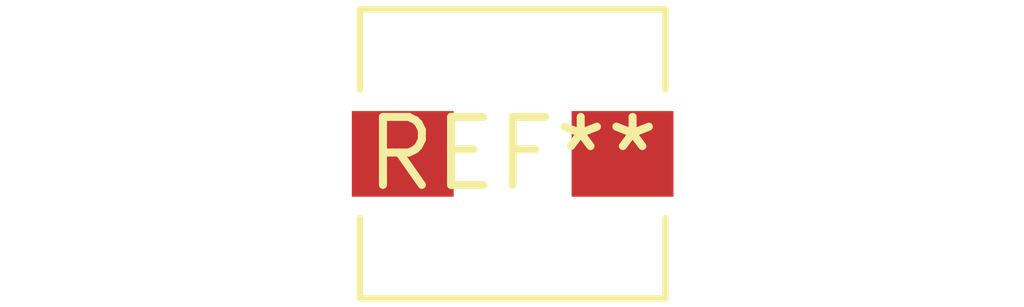
<source format=kicad_pcb>
(kicad_pcb (version 20240108) (generator pcbnew)
  (layers (0 "F.Cu" signal) (31 "B.Cu" signal) (34 "B.Paste" user) (35 "F.Paste" user) (36 "B.SilkS" user "B.Silkscreen") (37 "F.SilkS" user "F.Silkscreen") (38 "B.Mask" user) (39 "F.Mask" user) (44 "Edge.Cuts" user))
  (net 0 "")
  (footprint "L_Wuerth_HCI-5040" (layer "F.Cu") (at 0 0)
    (property "Reference" "REF**")
    (property "Value" "L_Wuerth_HCI-5040")
    (fp_line (start -2.85 -2.7) (end 2.85 -2.7) (layer "F.SilkS") (stroke (width 0.12)))
    (fp_line (start -2.85 -1.2) (end -2.85 -2.7) (layer "F.SilkS") (stroke (width 0.12)))
    (fp_line (start -2.85 1.2) (end -2.85 2.7) (layer "F.SilkS") (stroke (width 0.12)))
    (fp_line (start -2.85 2.7) (end 2.85 2.7) (layer "F.SilkS") (stroke (width 0.12)))
    (fp_line (start 2.85 -2.7) (end 2.85 -1.2) (layer "F.SilkS") (stroke (width 0.12)))
    (fp_line (start 2.85 2.7) (end 2.85 1.2) (layer "F.SilkS") (stroke (width 0.12)))
    (pad "1" smd rect (at -2.05 0) (size 1.9 1.6) (layers "F.Cu" "F.Paste" "F.Mask"))
    (pad "2" smd rect (at 2.05 0) (size 1.9 1.6) (layers "F.Cu" "F.Paste" "F.Mask"))
  )
)
</source>
